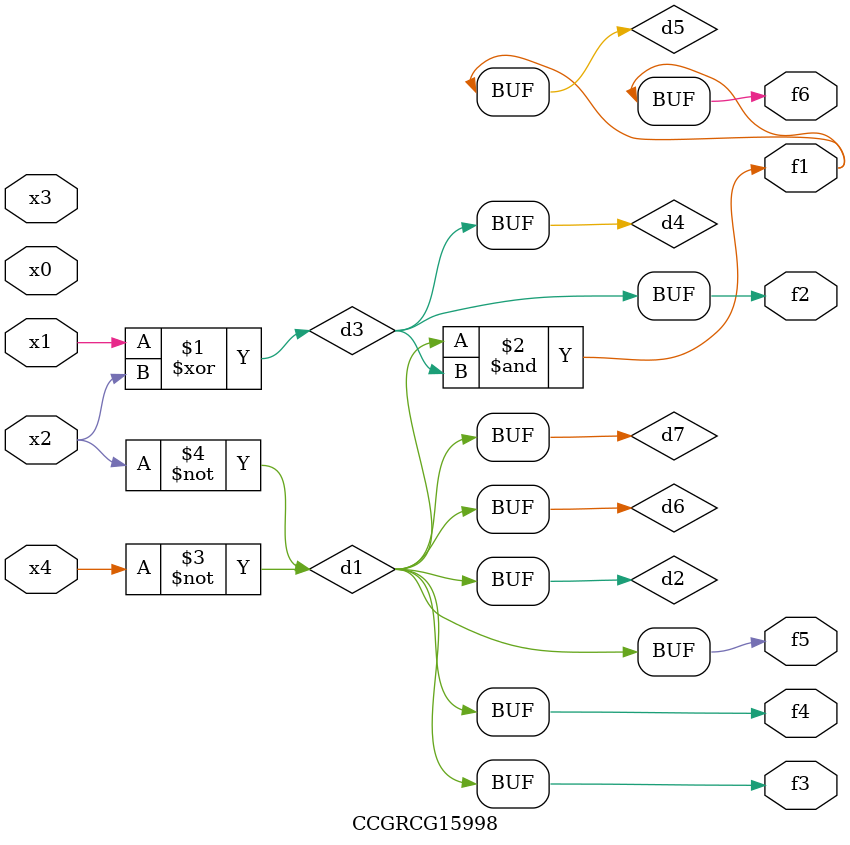
<source format=v>
module CCGRCG15998(
	input x0, x1, x2, x3, x4,
	output f1, f2, f3, f4, f5, f6
);

	wire d1, d2, d3, d4, d5, d6, d7;

	not (d1, x4);
	not (d2, x2);
	xor (d3, x1, x2);
	buf (d4, d3);
	and (d5, d1, d3);
	buf (d6, d1, d2);
	buf (d7, d2);
	assign f1 = d5;
	assign f2 = d4;
	assign f3 = d7;
	assign f4 = d7;
	assign f5 = d7;
	assign f6 = d5;
endmodule

</source>
